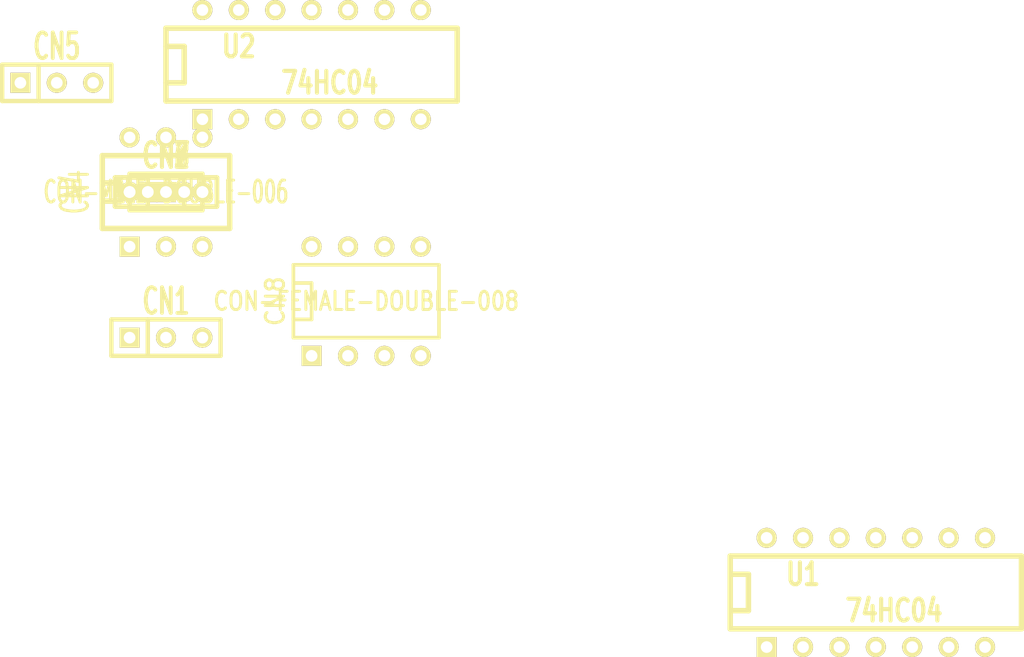
<source format=kicad_pcb>
(kicad_pcb (version 3) (host pcbnew "(2013-03-19 BZR 4004)-stable")

  (general
    (links 2)
    (no_connects 2)
    (area -12.259733 -4.7625 12.259733 5.051829)
    (thickness 1.6)
    (drawings 0)
    (tracks 0)
    (zones 0)
    (modules 13)
    (nets 3)
  )

  (page A3)
  (layers
    (15 F.Cu signal)
    (0 B.Cu signal)
    (16 B.Adhes user)
    (17 F.Adhes user)
    (18 B.Paste user)
    (19 F.Paste user)
    (20 B.SilkS user)
    (21 F.SilkS user)
    (22 B.Mask user)
    (23 F.Mask user)
    (24 Dwgs.User user)
    (25 Cmts.User user)
    (26 Eco1.User user)
    (27 Eco2.User user)
    (28 Edge.Cuts user)
  )

  (setup
    (last_trace_width 0.254)
    (trace_clearance 0.254)
    (zone_clearance 0.508)
    (zone_45_only no)
    (trace_min 0.254)
    (segment_width 0.2)
    (edge_width 0.15)
    (via_size 0.889)
    (via_drill 0.635)
    (via_min_size 0.889)
    (via_min_drill 0.508)
    (uvia_size 0.508)
    (uvia_drill 0.127)
    (uvias_allowed no)
    (uvia_min_size 0.508)
    (uvia_min_drill 0.127)
    (pcb_text_width 0.3)
    (pcb_text_size 1 1)
    (mod_edge_width 0.15)
    (mod_text_size 1 1)
    (mod_text_width 0.15)
    (pad_size 1 1)
    (pad_drill 0.6)
    (pad_to_mask_clearance 0)
    (aux_axis_origin 0 0)
    (visible_elements FFFFFFBF)
    (pcbplotparams
      (layerselection 3178497)
      (usegerberextensions true)
      (excludeedgelayer true)
      (linewidth 152400)
      (plotframeref false)
      (viasonmask false)
      (mode 1)
      (useauxorigin false)
      (hpglpennumber 1)
      (hpglpenspeed 20)
      (hpglpendiameter 15)
      (hpglpenoverlay 2)
      (psnegative false)
      (psa4output false)
      (plotreference true)
      (plotvalue true)
      (plotothertext true)
      (plotinvisibletext false)
      (padsonsilk false)
      (subtractmaskfromsilk false)
      (outputformat 1)
      (mirror false)
      (drillshape 1)
      (scaleselection 1)
      (outputdirectory ""))
  )

  (net 0 "")
  (net 1 GND)
  (net 2 VCC)

  (net_class Default "これは標準のネット クラスです。"
    (clearance 0.254)
    (trace_width 0.254)
    (via_dia 0.889)
    (via_drill 0.635)
    (uvia_dia 0.508)
    (uvia_drill 0.127)
    (add_net "")
    (add_net GND)
    (add_net VCC)
  )

  (module SIL-3 (layer F.Cu) (tedit 200000) (tstamp 5157149E)
    (at -7.62 -7.62)
    (descr "Connecteur 3 pins")
    (tags "CONN DEV")
    (path /5155DC23)
    (fp_text reference CN5 (at 0 -2.54) (layer F.SilkS)
      (effects (font (size 1.7907 1.07696) (thickness 0.3048)))
    )
    (fp_text value CON-FEMALE-SINGLE-003 (at 0 -2.54) (layer F.SilkS) hide
      (effects (font (size 1.524 1.016) (thickness 0.3048)))
    )
    (fp_line (start -3.81 1.27) (end -3.81 -1.27) (layer F.SilkS) (width 0.3048))
    (fp_line (start -3.81 -1.27) (end 3.81 -1.27) (layer F.SilkS) (width 0.3048))
    (fp_line (start 3.81 -1.27) (end 3.81 1.27) (layer F.SilkS) (width 0.3048))
    (fp_line (start 3.81 1.27) (end -3.81 1.27) (layer F.SilkS) (width 0.3048))
    (fp_line (start -1.27 -1.27) (end -1.27 1.27) (layer F.SilkS) (width 0.3048))
    (pad 1 thru_hole rect (at -2.54 0) (size 1.397 1.397) (drill 0.8128)
      (layers *.Cu *.Mask F.SilkS)
    )
    (pad 2 thru_hole circle (at 0 0) (size 1.397 1.397) (drill 0.8128)
      (layers *.Cu *.Mask F.SilkS)
    )
    (pad 3 thru_hole circle (at 2.54 0) (size 1.397 1.397) (drill 0.8128)
      (layers *.Cu *.Mask F.SilkS)
    )
  )

  (module SIL-3 (layer F.Cu) (tedit 200000) (tstamp 515714AA)
    (at 0 10.16)
    (descr "Connecteur 3 pins")
    (tags "CONN DEV")
    (path /5155DBEC)
    (fp_text reference CN1 (at 0 -2.54) (layer F.SilkS)
      (effects (font (size 1.7907 1.07696) (thickness 0.3048)))
    )
    (fp_text value CON-MALE-SINGLE-003 (at 0 -2.54) (layer F.SilkS) hide
      (effects (font (size 1.524 1.016) (thickness 0.3048)))
    )
    (fp_line (start -3.81 1.27) (end -3.81 -1.27) (layer F.SilkS) (width 0.3048))
    (fp_line (start -3.81 -1.27) (end 3.81 -1.27) (layer F.SilkS) (width 0.3048))
    (fp_line (start 3.81 -1.27) (end 3.81 1.27) (layer F.SilkS) (width 0.3048))
    (fp_line (start 3.81 1.27) (end -3.81 1.27) (layer F.SilkS) (width 0.3048))
    (fp_line (start -1.27 -1.27) (end -1.27 1.27) (layer F.SilkS) (width 0.3048))
    (pad 1 thru_hole rect (at -2.54 0) (size 1.397 1.397) (drill 0.8128)
      (layers *.Cu *.Mask F.SilkS)
    )
    (pad 2 thru_hole circle (at 0 0) (size 1.397 1.397) (drill 0.8128)
      (layers *.Cu *.Mask F.SilkS)
    )
    (pad 3 thru_hole circle (at 2.54 0) (size 1.397 1.397) (drill 0.8128)
      (layers *.Cu *.Mask F.SilkS)
    )
  )

  (module SIL-2 (layer F.Cu) (tedit 200000) (tstamp 515714B4)
    (at 0 0)
    (descr "Connecteurs 2 pins")
    (tags "CONN DEV")
    (path /5155DC14)
    (fp_text reference CN6 (at 0 -2.54) (layer F.SilkS)
      (effects (font (size 1.72974 1.08712) (thickness 0.3048)))
    )
    (fp_text value CON-FEMALE-SINGLE-002 (at 0 -2.54) (layer F.SilkS) hide
      (effects (font (size 1.524 1.016) (thickness 0.3048)))
    )
    (fp_line (start -2.54 1.27) (end -2.54 -1.27) (layer F.SilkS) (width 0.3048))
    (fp_line (start -2.54 -1.27) (end 2.54 -1.27) (layer F.SilkS) (width 0.3048))
    (fp_line (start 2.54 -1.27) (end 2.54 1.27) (layer F.SilkS) (width 0.3048))
    (fp_line (start 2.54 1.27) (end -2.54 1.27) (layer F.SilkS) (width 0.3048))
    (pad 1 thru_hole rect (at -1.27 0) (size 1.397 1.397) (drill 0.8128)
      (layers *.Cu *.Mask F.SilkS)
    )
    (pad 2 thru_hole circle (at 1.27 0) (size 1.397 1.397) (drill 0.8128)
      (layers *.Cu *.Mask F.SilkS)
    )
  )

  (module SIL-2 (layer F.Cu) (tedit 200000) (tstamp 515714BE)
    (at 0 0)
    (descr "Connecteurs 2 pins")
    (tags "CONN DEV")
    (path /5155DBDD)
    (fp_text reference CN2 (at 0 -2.54) (layer F.SilkS)
      (effects (font (size 1.72974 1.08712) (thickness 0.3048)))
    )
    (fp_text value CON-MALE-SINGLE-002 (at 0 -2.54) (layer F.SilkS) hide
      (effects (font (size 1.524 1.016) (thickness 0.3048)))
    )
    (fp_line (start -2.54 1.27) (end -2.54 -1.27) (layer F.SilkS) (width 0.3048))
    (fp_line (start -2.54 -1.27) (end 2.54 -1.27) (layer F.SilkS) (width 0.3048))
    (fp_line (start 2.54 -1.27) (end 2.54 1.27) (layer F.SilkS) (width 0.3048))
    (fp_line (start 2.54 1.27) (end -2.54 1.27) (layer F.SilkS) (width 0.3048))
    (pad 1 thru_hole rect (at -1.27 0) (size 1.397 1.397) (drill 0.8128)
      (layers *.Cu *.Mask F.SilkS)
    )
    (pad 2 thru_hole circle (at 1.27 0) (size 1.397 1.397) (drill 0.8128)
      (layers *.Cu *.Mask F.SilkS)
    )
  )

  (module SIL-1 (layer F.Cu) (tedit 4C5EAF64) (tstamp 515714C7)
    (at 0 0)
    (descr "Connecteurs 1 pin")
    (tags "CONN DEV")
    (path /5155DBFB)
    (fp_text reference CN7 (at 0 -2.54) (layer F.SilkS)
      (effects (font (size 1.72974 1.08712) (thickness 0.27178)))
    )
    (fp_text value CON-FEMALE-SINGLE-001 (at 0 -2.54) (layer F.SilkS) hide
      (effects (font (size 1.524 1.016) (thickness 0.254)))
    )
    (fp_line (start -1.27 1.27) (end 1.27 1.27) (layer F.SilkS) (width 0.3175))
    (fp_line (start -1.27 -1.27) (end 1.27 -1.27) (layer F.SilkS) (width 0.3175))
    (fp_line (start -1.27 1.27) (end -1.27 -1.27) (layer F.SilkS) (width 0.3048))
    (fp_line (start 1.27 -1.27) (end 1.27 1.27) (layer F.SilkS) (width 0.3048))
    (pad 1 thru_hole rect (at 0 0) (size 1.397 1.397) (drill 0.8128)
      (layers *.Cu *.Mask F.SilkS)
    )
  )

  (module SIL-1 (layer F.Cu) (tedit 4C5EAF64) (tstamp 515714D0)
    (at 0 0)
    (descr "Connecteurs 1 pin")
    (tags "CONN DEV")
    (path /5155DBCE)
    (fp_text reference CN3 (at 0 -2.54) (layer F.SilkS)
      (effects (font (size 1.72974 1.08712) (thickness 0.27178)))
    )
    (fp_text value CON-MALE-SINGLE-001 (at 0 -2.54) (layer F.SilkS) hide
      (effects (font (size 1.524 1.016) (thickness 0.254)))
    )
    (fp_line (start -1.27 1.27) (end 1.27 1.27) (layer F.SilkS) (width 0.3175))
    (fp_line (start -1.27 -1.27) (end 1.27 -1.27) (layer F.SilkS) (width 0.3175))
    (fp_line (start -1.27 1.27) (end -1.27 -1.27) (layer F.SilkS) (width 0.3048))
    (fp_line (start 1.27 -1.27) (end 1.27 1.27) (layer F.SilkS) (width 0.3048))
    (pad 1 thru_hole rect (at 0 0) (size 1.397 1.397) (drill 0.8128)
      (layers *.Cu *.Mask F.SilkS)
    )
  )

  (module DIP-8__300 (layer F.Cu) (tedit 43A7F843) (tstamp 515714E3)
    (at 13.97 7.62)
    (descr "8 pins DIL package, round pads")
    (tags DIL)
    (path /5155EEE5)
    (fp_text reference CN8 (at -6.35 0 90) (layer F.SilkS)
      (effects (font (size 1.27 1.143) (thickness 0.2032)))
    )
    (fp_text value CON-FEMALE-DOUBLE-008 (at 0 0) (layer F.SilkS)
      (effects (font (size 1.27 1.016) (thickness 0.2032)))
    )
    (fp_line (start -5.08 -1.27) (end -3.81 -1.27) (layer F.SilkS) (width 0.254))
    (fp_line (start -3.81 -1.27) (end -3.81 1.27) (layer F.SilkS) (width 0.254))
    (fp_line (start -3.81 1.27) (end -5.08 1.27) (layer F.SilkS) (width 0.254))
    (fp_line (start -5.08 -2.54) (end 5.08 -2.54) (layer F.SilkS) (width 0.254))
    (fp_line (start 5.08 -2.54) (end 5.08 2.54) (layer F.SilkS) (width 0.254))
    (fp_line (start 5.08 2.54) (end -5.08 2.54) (layer F.SilkS) (width 0.254))
    (fp_line (start -5.08 2.54) (end -5.08 -2.54) (layer F.SilkS) (width 0.254))
    (pad 1 thru_hole rect (at -3.81 3.81) (size 1.397 1.397) (drill 0.8128)
      (layers *.Cu *.Mask F.SilkS)
    )
    (pad 2 thru_hole circle (at -1.27 3.81) (size 1.397 1.397) (drill 0.8128)
      (layers *.Cu *.Mask F.SilkS)
    )
    (pad 3 thru_hole circle (at 1.27 3.81) (size 1.397 1.397) (drill 0.8128)
      (layers *.Cu *.Mask F.SilkS)
    )
    (pad 4 thru_hole circle (at 3.81 3.81) (size 1.397 1.397) (drill 0.8128)
      (layers *.Cu *.Mask F.SilkS)
    )
    (pad 5 thru_hole circle (at 3.81 -3.81) (size 1.397 1.397) (drill 0.8128)
      (layers *.Cu *.Mask F.SilkS)
    )
    (pad 6 thru_hole circle (at 1.27 -3.81) (size 1.397 1.397) (drill 0.8128)
      (layers *.Cu *.Mask F.SilkS)
    )
    (pad 7 thru_hole circle (at -1.27 -3.81) (size 1.397 1.397) (drill 0.8128)
      (layers *.Cu *.Mask F.SilkS)
    )
    (pad 8 thru_hole circle (at -3.81 -3.81) (size 1.397 1.397) (drill 0.8128)
      (layers *.Cu *.Mask F.SilkS)
    )
    (model dil/dil_8.wrl
      (at (xyz 0 0 0))
      (scale (xyz 1 1 1))
      (rotate (xyz 0 0 0))
    )
  )

  (module DIP-6__300 (layer F.Cu) (tedit 49DC487C) (tstamp 515714F4)
    (at 0 0)
    (descr "6 pins DIL package, round pads")
    (tags DIL)
    (path /5155EEF4)
    (fp_text reference CN4 (at -6.35 0 90) (layer F.SilkS)
      (effects (font (size 1.905 1.016) (thickness 0.2032)))
    )
    (fp_text value CON-MALE-DOUBLE-006 (at 0 0) (layer F.SilkS)
      (effects (font (size 1.524 0.889) (thickness 0.2032)))
    )
    (fp_line (start -4.445 -2.54) (end 4.445 -2.54) (layer F.SilkS) (width 0.381))
    (fp_line (start 4.445 -2.54) (end 4.445 2.54) (layer F.SilkS) (width 0.381))
    (fp_line (start 4.445 2.54) (end -4.445 2.54) (layer F.SilkS) (width 0.381))
    (fp_line (start -4.445 2.54) (end -4.445 -2.54) (layer F.SilkS) (width 0.381))
    (fp_line (start -4.445 -0.635) (end -3.175 -0.635) (layer F.SilkS) (width 0.381))
    (fp_line (start -3.175 -0.635) (end -3.175 0.635) (layer F.SilkS) (width 0.381))
    (fp_line (start -3.175 0.635) (end -4.445 0.635) (layer F.SilkS) (width 0.381))
    (pad 1 thru_hole rect (at -2.54 3.81) (size 1.397 1.397) (drill 0.8128)
      (layers *.Cu *.Mask F.SilkS)
    )
    (pad 2 thru_hole circle (at 0 3.81) (size 1.397 1.397) (drill 0.8128)
      (layers *.Cu *.Mask F.SilkS)
    )
    (pad 3 thru_hole circle (at 2.54 3.81) (size 1.397 1.397) (drill 0.8128)
      (layers *.Cu *.Mask F.SilkS)
    )
    (pad 4 thru_hole circle (at 2.54 -3.81) (size 1.397 1.397) (drill 0.8128)
      (layers *.Cu *.Mask F.SilkS)
    )
    (pad 5 thru_hole circle (at 0 -3.81) (size 1.397 1.397) (drill 0.8128)
      (layers *.Cu *.Mask F.SilkS)
    )
    (pad 6 thru_hole circle (at -2.54 -3.81) (size 1.397 1.397) (drill 0.8128)
      (layers *.Cu *.Mask F.SilkS)
    )
    (model dil/dil_6.wrl
      (at (xyz 0 0 0))
      (scale (xyz 1 1 1))
      (rotate (xyz 0 0 0))
    )
  )

  (module DIP-14__300 (layer F.Cu) (tedit 200000) (tstamp 5157150D)
    (at 10.16 -8.89)
    (descr "14 pins DIL package, round pads")
    (tags DIL)
    (path /51571A1F)
    (fp_text reference U2 (at -5.08 -1.27) (layer F.SilkS)
      (effects (font (size 1.524 1.143) (thickness 0.3048)))
    )
    (fp_text value 74HC04 (at 1.27 1.27) (layer F.SilkS)
      (effects (font (size 1.524 1.143) (thickness 0.3048)))
    )
    (fp_line (start -10.16 -2.54) (end 10.16 -2.54) (layer F.SilkS) (width 0.381))
    (fp_line (start 10.16 2.54) (end -10.16 2.54) (layer F.SilkS) (width 0.381))
    (fp_line (start -10.16 2.54) (end -10.16 -2.54) (layer F.SilkS) (width 0.381))
    (fp_line (start -10.16 -1.27) (end -8.89 -1.27) (layer F.SilkS) (width 0.381))
    (fp_line (start -8.89 -1.27) (end -8.89 1.27) (layer F.SilkS) (width 0.381))
    (fp_line (start -8.89 1.27) (end -10.16 1.27) (layer F.SilkS) (width 0.381))
    (fp_line (start 10.16 -2.54) (end 10.16 2.54) (layer F.SilkS) (width 0.381))
    (pad 1 thru_hole rect (at -7.62 3.81) (size 1.397 1.397) (drill 0.8128)
      (layers *.Cu *.Mask F.SilkS)
    )
    (pad 2 thru_hole circle (at -5.08 3.81) (size 1.397 1.397) (drill 0.8128)
      (layers *.Cu *.Mask F.SilkS)
    )
    (pad 3 thru_hole circle (at -2.54 3.81) (size 1.397 1.397) (drill 0.8128)
      (layers *.Cu *.Mask F.SilkS)
    )
    (pad 4 thru_hole circle (at 0 3.81) (size 1.397 1.397) (drill 0.8128)
      (layers *.Cu *.Mask F.SilkS)
    )
    (pad 5 thru_hole circle (at 2.54 3.81) (size 1.397 1.397) (drill 0.8128)
      (layers *.Cu *.Mask F.SilkS)
    )
    (pad 6 thru_hole circle (at 5.08 3.81) (size 1.397 1.397) (drill 0.8128)
      (layers *.Cu *.Mask F.SilkS)
    )
    (pad 7 thru_hole circle (at 7.62 3.81) (size 1.397 1.397) (drill 0.8128)
      (layers *.Cu *.Mask F.SilkS)
      (net 1 GND)
    )
    (pad 8 thru_hole circle (at 7.62 -3.81) (size 1.397 1.397) (drill 0.8128)
      (layers *.Cu *.Mask F.SilkS)
    )
    (pad 9 thru_hole circle (at 5.08 -3.81) (size 1.397 1.397) (drill 0.8128)
      (layers *.Cu *.Mask F.SilkS)
    )
    (pad 10 thru_hole circle (at 2.54 -3.81) (size 1.397 1.397) (drill 0.8128)
      (layers *.Cu *.Mask F.SilkS)
    )
    (pad 11 thru_hole circle (at 0 -3.81) (size 1.397 1.397) (drill 0.8128)
      (layers *.Cu *.Mask F.SilkS)
    )
    (pad 12 thru_hole circle (at -2.54 -3.81) (size 1.397 1.397) (drill 0.8128)
      (layers *.Cu *.Mask F.SilkS)
    )
    (pad 13 thru_hole circle (at -5.08 -3.81) (size 1.397 1.397) (drill 0.8128)
      (layers *.Cu *.Mask F.SilkS)
    )
    (pad 14 thru_hole circle (at -7.62 -3.81) (size 1.397 1.397) (drill 0.8128)
      (layers *.Cu *.Mask F.SilkS)
      (net 2 VCC)
    )
    (model dil/dil_14.wrl
      (at (xyz 0 0 0))
      (scale (xyz 1 1 1))
      (rotate (xyz 0 0 0))
    )
  )

  (module DIP-14__300 (layer F.Cu) (tedit 200000) (tstamp 51571526)
    (at 49.53 27.94)
    (descr "14 pins DIL package, round pads")
    (tags DIL)
    (path /51571173)
    (fp_text reference U1 (at -5.08 -1.27) (layer F.SilkS)
      (effects (font (size 1.524 1.143) (thickness 0.3048)))
    )
    (fp_text value 74HC04 (at 1.27 1.27) (layer F.SilkS)
      (effects (font (size 1.524 1.143) (thickness 0.3048)))
    )
    (fp_line (start -10.16 -2.54) (end 10.16 -2.54) (layer F.SilkS) (width 0.381))
    (fp_line (start 10.16 2.54) (end -10.16 2.54) (layer F.SilkS) (width 0.381))
    (fp_line (start -10.16 2.54) (end -10.16 -2.54) (layer F.SilkS) (width 0.381))
    (fp_line (start -10.16 -1.27) (end -8.89 -1.27) (layer F.SilkS) (width 0.381))
    (fp_line (start -8.89 -1.27) (end -8.89 1.27) (layer F.SilkS) (width 0.381))
    (fp_line (start -8.89 1.27) (end -10.16 1.27) (layer F.SilkS) (width 0.381))
    (fp_line (start 10.16 -2.54) (end 10.16 2.54) (layer F.SilkS) (width 0.381))
    (pad 1 thru_hole rect (at -7.62 3.81) (size 1.397 1.397) (drill 0.8128)
      (layers *.Cu *.Mask F.SilkS)
    )
    (pad 2 thru_hole circle (at -5.08 3.81) (size 1.397 1.397) (drill 0.8128)
      (layers *.Cu *.Mask F.SilkS)
    )
    (pad 3 thru_hole circle (at -2.54 3.81) (size 1.397 1.397) (drill 0.8128)
      (layers *.Cu *.Mask F.SilkS)
    )
    (pad 4 thru_hole circle (at 0 3.81) (size 1.397 1.397) (drill 0.8128)
      (layers *.Cu *.Mask F.SilkS)
    )
    (pad 5 thru_hole circle (at 2.54 3.81) (size 1.397 1.397) (drill 0.8128)
      (layers *.Cu *.Mask F.SilkS)
    )
    (pad 6 thru_hole circle (at 5.08 3.81) (size 1.397 1.397) (drill 0.8128)
      (layers *.Cu *.Mask F.SilkS)
    )
    (pad 7 thru_hole circle (at 7.62 3.81) (size 1.397 1.397) (drill 0.8128)
      (layers *.Cu *.Mask F.SilkS)
      (net 1 GND)
    )
    (pad 8 thru_hole circle (at 7.62 -3.81) (size 1.397 1.397) (drill 0.8128)
      (layers *.Cu *.Mask F.SilkS)
    )
    (pad 9 thru_hole circle (at 5.08 -3.81) (size 1.397 1.397) (drill 0.8128)
      (layers *.Cu *.Mask F.SilkS)
    )
    (pad 10 thru_hole circle (at 2.54 -3.81) (size 1.397 1.397) (drill 0.8128)
      (layers *.Cu *.Mask F.SilkS)
    )
    (pad 11 thru_hole circle (at 0 -3.81) (size 1.397 1.397) (drill 0.8128)
      (layers *.Cu *.Mask F.SilkS)
    )
    (pad 12 thru_hole circle (at -2.54 -3.81) (size 1.397 1.397) (drill 0.8128)
      (layers *.Cu *.Mask F.SilkS)
    )
    (pad 13 thru_hole circle (at -5.08 -3.81) (size 1.397 1.397) (drill 0.8128)
      (layers *.Cu *.Mask F.SilkS)
    )
    (pad 14 thru_hole circle (at -7.62 -3.81) (size 1.397 1.397) (drill 0.8128)
      (layers *.Cu *.Mask F.SilkS)
      (net 2 VCC)
    )
    (model dil/dil_14.wrl
      (at (xyz 0 0 0))
      (scale (xyz 1 1 1))
      (rotate (xyz 0 0 0))
    )
  )

  (module C2 (layer F.Cu) (tedit 200000) (tstamp 51571531)
    (at 0 0)
    (descr "Condensateur = 2 pas")
    (tags C)
    (path /5153050F)
    (fp_text reference C3 (at 0 0) (layer F.SilkS)
      (effects (font (size 1.016 1.016) (thickness 0.2032)))
    )
    (fp_text value C-TYPE1 (at 0 0) (layer F.SilkS) hide
      (effects (font (size 1.016 1.016) (thickness 0.2032)))
    )
    (fp_line (start -3.556 -1.016) (end 3.556 -1.016) (layer F.SilkS) (width 0.3048))
    (fp_line (start 3.556 -1.016) (end 3.556 1.016) (layer F.SilkS) (width 0.3048))
    (fp_line (start 3.556 1.016) (end -3.556 1.016) (layer F.SilkS) (width 0.3048))
    (fp_line (start -3.556 1.016) (end -3.556 -1.016) (layer F.SilkS) (width 0.3048))
    (fp_line (start -3.556 -0.508) (end -3.048 -1.016) (layer F.SilkS) (width 0.3048))
    (pad 1 thru_hole circle (at -2.54 0) (size 1.397 1.397) (drill 0.8128)
      (layers *.Cu *.Mask F.SilkS)
    )
    (pad 2 thru_hole circle (at 2.54 0) (size 1.397 1.397) (drill 0.8128)
      (layers *.Cu *.Mask F.SilkS)
    )
    (model discret/capa_2pas_5x5mm.wrl
      (at (xyz 0 0 0))
      (scale (xyz 1 1 1))
      (rotate (xyz 0 0 0))
    )
  )

  (module C2 (layer F.Cu) (tedit 200000) (tstamp 5157153C)
    (at 0 0)
    (descr "Condensateur = 2 pas")
    (tags C)
    (path /51530528)
    (fp_text reference C2 (at 0 0) (layer F.SilkS)
      (effects (font (size 1.016 1.016) (thickness 0.2032)))
    )
    (fp_text value C-TYPE2 (at 0 0) (layer F.SilkS) hide
      (effects (font (size 1.016 1.016) (thickness 0.2032)))
    )
    (fp_line (start -3.556 -1.016) (end 3.556 -1.016) (layer F.SilkS) (width 0.3048))
    (fp_line (start 3.556 -1.016) (end 3.556 1.016) (layer F.SilkS) (width 0.3048))
    (fp_line (start 3.556 1.016) (end -3.556 1.016) (layer F.SilkS) (width 0.3048))
    (fp_line (start -3.556 1.016) (end -3.556 -1.016) (layer F.SilkS) (width 0.3048))
    (fp_line (start -3.556 -0.508) (end -3.048 -1.016) (layer F.SilkS) (width 0.3048))
    (pad 1 thru_hole circle (at -2.54 0) (size 1.397 1.397) (drill 0.8128)
      (layers *.Cu *.Mask F.SilkS)
    )
    (pad 2 thru_hole circle (at 2.54 0) (size 1.397 1.397) (drill 0.8128)
      (layers *.Cu *.Mask F.SilkS)
    )
    (model discret/capa_2pas_5x5mm.wrl
      (at (xyz 0 0 0))
      (scale (xyz 1 1 1))
      (rotate (xyz 0 0 0))
    )
  )

  (module C2 (layer F.Cu) (tedit 200000) (tstamp 51571547)
    (at 0 0)
    (descr "Condensateur = 2 pas")
    (tags C)
    (path /51530541)
    (fp_text reference C1 (at 0 0) (layer F.SilkS)
      (effects (font (size 1.016 1.016) (thickness 0.2032)))
    )
    (fp_text value C-TYPE3 (at 0 0) (layer F.SilkS) hide
      (effects (font (size 1.016 1.016) (thickness 0.2032)))
    )
    (fp_line (start -3.556 -1.016) (end 3.556 -1.016) (layer F.SilkS) (width 0.3048))
    (fp_line (start 3.556 -1.016) (end 3.556 1.016) (layer F.SilkS) (width 0.3048))
    (fp_line (start 3.556 1.016) (end -3.556 1.016) (layer F.SilkS) (width 0.3048))
    (fp_line (start -3.556 1.016) (end -3.556 -1.016) (layer F.SilkS) (width 0.3048))
    (fp_line (start -3.556 -0.508) (end -3.048 -1.016) (layer F.SilkS) (width 0.3048))
    (pad 1 thru_hole circle (at -2.54 0) (size 1.397 1.397) (drill 0.8128)
      (layers *.Cu *.Mask F.SilkS)
    )
    (pad 2 thru_hole circle (at 2.54 0) (size 1.397 1.397) (drill 0.8128)
      (layers *.Cu *.Mask F.SilkS)
    )
    (model discret/capa_2pas_5x5mm.wrl
      (at (xyz 0 0 0))
      (scale (xyz 1 1 1))
      (rotate (xyz 0 0 0))
    )
  )

)

</source>
